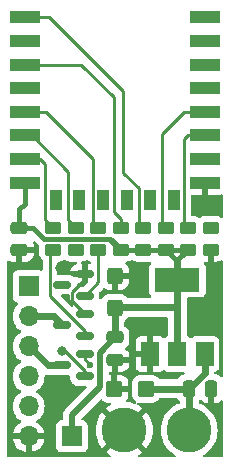
<source format=gbr>
%TF.GenerationSoftware,KiCad,Pcbnew,7.0.6*%
%TF.CreationDate,2024-04-30T22:58:06+02:00*%
%TF.ProjectId,nboard,6e626f61-7264-42e6-9b69-6361645f7063,rev?*%
%TF.SameCoordinates,Original*%
%TF.FileFunction,Copper,L1,Top*%
%TF.FilePolarity,Positive*%
%FSLAX46Y46*%
G04 Gerber Fmt 4.6, Leading zero omitted, Abs format (unit mm)*
G04 Created by KiCad (PCBNEW 7.0.6) date 2024-04-30 22:58:06*
%MOMM*%
%LPD*%
G01*
G04 APERTURE LIST*
G04 Aperture macros list*
%AMRoundRect*
0 Rectangle with rounded corners*
0 $1 Rounding radius*
0 $2 $3 $4 $5 $6 $7 $8 $9 X,Y pos of 4 corners*
0 Add a 4 corners polygon primitive as box body*
4,1,4,$2,$3,$4,$5,$6,$7,$8,$9,$2,$3,0*
0 Add four circle primitives for the rounded corners*
1,1,$1+$1,$2,$3*
1,1,$1+$1,$4,$5*
1,1,$1+$1,$6,$7*
1,1,$1+$1,$8,$9*
0 Add four rect primitives between the rounded corners*
20,1,$1+$1,$2,$3,$4,$5,0*
20,1,$1+$1,$4,$5,$6,$7,0*
20,1,$1+$1,$6,$7,$8,$9,0*
20,1,$1+$1,$8,$9,$2,$3,0*%
G04 Aperture macros list end*
%TA.AperFunction,ComponentPad*%
%ADD10C,2.600000*%
%TD*%
%TA.AperFunction,ConnectorPad*%
%ADD11C,3.800000*%
%TD*%
%TA.AperFunction,SMDPad,CuDef*%
%ADD12RoundRect,0.250000X-0.475000X0.250000X-0.475000X-0.250000X0.475000X-0.250000X0.475000X0.250000X0*%
%TD*%
%TA.AperFunction,SMDPad,CuDef*%
%ADD13RoundRect,0.250000X-0.450000X0.262500X-0.450000X-0.262500X0.450000X-0.262500X0.450000X0.262500X0*%
%TD*%
%TA.AperFunction,ComponentPad*%
%ADD14R,1.700000X1.700000*%
%TD*%
%TA.AperFunction,ComponentPad*%
%ADD15O,1.700000X1.700000*%
%TD*%
%TA.AperFunction,SMDPad,CuDef*%
%ADD16RoundRect,0.250000X-0.250000X-0.475000X0.250000X-0.475000X0.250000X0.475000X-0.250000X0.475000X0*%
%TD*%
%TA.AperFunction,SMDPad,CuDef*%
%ADD17R,2.500000X1.000000*%
%TD*%
%TA.AperFunction,SMDPad,CuDef*%
%ADD18R,1.000000X1.800000*%
%TD*%
%TA.AperFunction,SMDPad,CuDef*%
%ADD19RoundRect,0.250000X0.450000X-0.262500X0.450000X0.262500X-0.450000X0.262500X-0.450000X-0.262500X0*%
%TD*%
%TA.AperFunction,SMDPad,CuDef*%
%ADD20RoundRect,0.150000X0.587500X0.150000X-0.587500X0.150000X-0.587500X-0.150000X0.587500X-0.150000X0*%
%TD*%
%TA.AperFunction,SMDPad,CuDef*%
%ADD21RoundRect,0.250000X0.425000X-0.450000X0.425000X0.450000X-0.425000X0.450000X-0.425000X-0.450000X0*%
%TD*%
%TA.AperFunction,SMDPad,CuDef*%
%ADD22RoundRect,0.250000X0.450000X0.425000X-0.450000X0.425000X-0.450000X-0.425000X0.450000X-0.425000X0*%
%TD*%
%TA.AperFunction,SMDPad,CuDef*%
%ADD23R,1.500000X2.000000*%
%TD*%
%TA.AperFunction,SMDPad,CuDef*%
%ADD24R,3.800000X2.000000*%
%TD*%
%TA.AperFunction,ViaPad*%
%ADD25C,0.800000*%
%TD*%
%TA.AperFunction,ViaPad*%
%ADD26C,0.600000*%
%TD*%
%TA.AperFunction,Conductor*%
%ADD27C,0.600000*%
%TD*%
%TA.AperFunction,Conductor*%
%ADD28C,0.250000*%
%TD*%
%TA.AperFunction,Conductor*%
%ADD29C,0.400000*%
%TD*%
%TA.AperFunction,Conductor*%
%ADD30C,0.500000*%
%TD*%
G04 APERTURE END LIST*
D10*
%TO.P,H1,1,1*%
%TO.N,/+5V*%
X163700000Y-105700000D03*
D11*
X163700000Y-105700000D03*
%TD*%
D12*
%TO.P,C3,1*%
%TO.N,/3V3*%
X157400000Y-97850000D03*
%TO.P,C3,2*%
%TO.N,/GND*%
X157400000Y-99750000D03*
%TD*%
D13*
%TO.P,R8,1*%
%TO.N,/RGB-R*%
X155980000Y-88587500D03*
%TO.P,R8,2*%
%TO.N,Net-(Q2-B)*%
X155980000Y-90412500D03*
%TD*%
D14*
%TO.P,J4,1,Pin_1*%
%TO.N,/R*%
X150100000Y-93520000D03*
D15*
%TO.P,J4,2,Pin_2*%
%TO.N,/G*%
X150100000Y-96060000D03*
%TO.P,J4,3,Pin_3*%
%TO.N,/B*%
X150100000Y-98600000D03*
%TO.P,J4,4,Pin_4*%
%TO.N,/IR*%
X150100000Y-101140000D03*
%TO.P,J4,5,Pin_5*%
%TO.N,/+5V*%
X150100000Y-103680000D03*
%TO.P,J4,6,Pin_6*%
%TO.N,/GND*%
X150100000Y-106220000D03*
%TD*%
D16*
%TO.P,C2,1*%
%TO.N,/+5V*%
X163650000Y-102200000D03*
%TO.P,C2,2*%
%TO.N,/GND*%
X165550000Y-102200000D03*
%TD*%
D17*
%TO.P,U1,1,~{RST}*%
%TO.N,/RST*%
X149800000Y-70750000D03*
%TO.P,U1,2,ADC*%
%TO.N,unconnected-(U1-ADC-Pad2)*%
X149800000Y-72750000D03*
%TO.P,U1,3,EN*%
%TO.N,Net-(U1-EN)*%
X149800000Y-74750000D03*
%TO.P,U1,4,GPIO16*%
%TO.N,unconnected-(U1-GPIO16-Pad4)*%
X149800000Y-76750000D03*
%TO.P,U1,5,GPIO14*%
%TO.N,/RGB-R*%
X149800000Y-78750000D03*
%TO.P,U1,6,GPIO12*%
%TO.N,/RGB-B*%
X149800000Y-80750000D03*
%TO.P,U1,7,GPIO13*%
%TO.N,/RGB-G*%
X149800000Y-82750000D03*
%TO.P,U1,8,VCC*%
%TO.N,/3V3*%
X149800000Y-84750000D03*
D18*
%TO.P,U1,9,CS0*%
%TO.N,unconnected-(U1-CS0-Pad9)*%
X152400000Y-86250000D03*
%TO.P,U1,10,MISO*%
%TO.N,unconnected-(U1-MISO-Pad10)*%
X154400000Y-86250000D03*
%TO.P,U1,11,GPIO9*%
%TO.N,unconnected-(U1-GPIO9-Pad11)*%
X156400000Y-86250000D03*
%TO.P,U1,12,GPIO10*%
%TO.N,unconnected-(U1-GPIO10-Pad12)*%
X158400000Y-86250000D03*
%TO.P,U1,13,MOSI*%
%TO.N,unconnected-(U1-MOSI-Pad13)*%
X160400000Y-86250000D03*
%TO.P,U1,14,SCLK*%
%TO.N,unconnected-(U1-SCLK-Pad14)*%
X162400000Y-86250000D03*
D17*
%TO.P,U1,15,GND*%
%TO.N,/GND*%
X165000000Y-84750000D03*
%TO.P,U1,16,GPIO15*%
%TO.N,Net-(U1-GPIO15)*%
X165000000Y-82750000D03*
%TO.P,U1,17,GPIO2*%
%TO.N,Net-(U1-GPIO2)*%
X165000000Y-80750000D03*
%TO.P,U1,18,GPIO0*%
%TO.N,/FLS*%
X165000000Y-78750000D03*
%TO.P,U1,19,GPIO4*%
%TO.N,/IR*%
X165000000Y-76750000D03*
%TO.P,U1,20,GPIO5*%
%TO.N,unconnected-(U1-GPIO5-Pad20)*%
X165000000Y-74750000D03*
%TO.P,U1,21,GPIO3/RXD*%
%TO.N,/RX*%
X165000000Y-72750000D03*
%TO.P,U1,22,GPIO1/TXD*%
%TO.N,/TX*%
X165000000Y-70750000D03*
%TD*%
D19*
%TO.P,R2,1*%
%TO.N,/3V3*%
X157900000Y-90412500D03*
%TO.P,R2,2*%
%TO.N,Net-(U1-EN)*%
X157900000Y-88587500D03*
%TD*%
%TO.P,R1,1*%
%TO.N,/3V3*%
X159800000Y-90412500D03*
%TO.P,R1,2*%
%TO.N,/RST*%
X159800000Y-88587500D03*
%TD*%
D20*
%TO.P,Q1,1,B*%
%TO.N,Net-(Q1-B)*%
X154837500Y-97750000D03*
%TO.P,Q1,2,E*%
%TO.N,/GND*%
X154837500Y-95850000D03*
%TO.P,Q1,3,C*%
%TO.N,/G*%
X152962500Y-96800000D03*
%TD*%
D13*
%TO.P,R3,1*%
%TO.N,/FLS*%
X161700000Y-88587500D03*
%TO.P,R3,2*%
%TO.N,/3V3*%
X161700000Y-90412500D03*
%TD*%
D21*
%TO.P,C4,1*%
%TO.N,/3V3*%
X157400000Y-95350000D03*
%TO.P,C4,2*%
%TO.N,/GND*%
X157400000Y-92650000D03*
%TD*%
D22*
%TO.P,C1,1*%
%TO.N,/+5V*%
X160050000Y-102200000D03*
%TO.P,C1,2*%
%TO.N,/GND*%
X157350000Y-102200000D03*
%TD*%
D13*
%TO.P,R4,1*%
%TO.N,Net-(U1-GPIO2)*%
X163600000Y-88587500D03*
%TO.P,R4,2*%
%TO.N,/3V3*%
X163600000Y-90412500D03*
%TD*%
%TO.P,R6,1*%
%TO.N,/RGB-B*%
X154080000Y-88587500D03*
%TO.P,R6,2*%
%TO.N,Net-(Q3-B)*%
X154080000Y-90412500D03*
%TD*%
D20*
%TO.P,Q3,1,B*%
%TO.N,Net-(Q3-B)*%
X154837500Y-101150000D03*
%TO.P,Q3,2,E*%
%TO.N,/GND*%
X154837500Y-99250000D03*
%TO.P,Q3,3,C*%
%TO.N,/B*%
X152962500Y-100200000D03*
%TD*%
D14*
%TO.P,J1,1,Pin_1*%
%TO.N,/3V3*%
X153750000Y-106220000D03*
%TD*%
D10*
%TO.P,H2,1,1*%
%TO.N,/GND*%
X158200000Y-105700000D03*
D11*
X158200000Y-105700000D03*
%TD*%
D20*
%TO.P,Q2,1,B*%
%TO.N,Net-(Q2-B)*%
X154837500Y-94350000D03*
%TO.P,Q2,2,E*%
%TO.N,/GND*%
X154837500Y-92450000D03*
%TO.P,Q2,3,C*%
%TO.N,/R*%
X152962500Y-93400000D03*
%TD*%
D13*
%TO.P,R7,1*%
%TO.N,/RGB-G*%
X152180000Y-88587500D03*
%TO.P,R7,2*%
%TO.N,Net-(Q1-B)*%
X152180000Y-90412500D03*
%TD*%
%TO.P,R5,1*%
%TO.N,Net-(U1-GPIO15)*%
X165500000Y-88587500D03*
%TO.P,R5,2*%
%TO.N,/GND*%
X165500000Y-90412500D03*
%TD*%
D23*
%TO.P,U2,1,GND*%
%TO.N,/GND*%
X160400000Y-99250000D03*
%TO.P,U2,2,VO*%
%TO.N,/3V3*%
X162700000Y-99250000D03*
D24*
X162700000Y-92950000D03*
D23*
%TO.P,U2,3,VI*%
%TO.N,/+5V*%
X165000000Y-99250000D03*
%TD*%
D12*
%TO.P,C5,1*%
%TO.N,/3V3*%
X149300000Y-88550000D03*
%TO.P,C5,2*%
%TO.N,/GND*%
X149300000Y-90450000D03*
%TD*%
D25*
%TO.N,/GND*%
X159970000Y-96910000D03*
X164310000Y-95590000D03*
X152740000Y-91980000D03*
X165760000Y-86760000D03*
X165580000Y-102140000D03*
D26*
X155320000Y-100200000D03*
D25*
X159690000Y-92830000D03*
X157390000Y-99770000D03*
X160420000Y-99350000D03*
%TO.N,/3V3*%
X150500000Y-84800000D03*
%TO.N,/RX*%
X164200000Y-72800000D03*
%TO.N,/TX*%
X164300000Y-70800000D03*
%TO.N,/FLS*%
X164200000Y-78700000D03*
%TO.N,/RST*%
X150500000Y-70700000D03*
D26*
%TO.N,/R*%
X153000000Y-93400000D03*
D25*
%TO.N,/IR*%
X164200000Y-76700000D03*
%TO.N,Net-(U1-GPIO15)*%
X165500000Y-88600000D03*
X164200000Y-82700000D03*
%TO.N,Net-(Q3-B)*%
X154080000Y-90420000D03*
X152920000Y-98970000D03*
%TD*%
D27*
%TO.N,/+5V*%
X160050000Y-102200000D02*
X163650000Y-102200000D01*
X165000000Y-100850000D02*
X165000000Y-99250000D01*
D28*
X163650000Y-102200000D02*
X163700000Y-102250000D01*
D27*
X163700000Y-102250000D02*
X163700000Y-105700000D01*
X163650000Y-102200000D02*
X165000000Y-100850000D01*
D28*
%TO.N,/GND*%
X155320000Y-100160000D02*
X154837500Y-99677500D01*
X154837500Y-95850000D02*
X153746751Y-94759251D01*
X153746751Y-94759251D02*
X153746751Y-94025000D01*
X154837500Y-99677500D02*
X154837500Y-99250000D01*
X153746751Y-94025000D02*
X154837500Y-92934251D01*
X154837500Y-92934251D02*
X154837500Y-92450000D01*
X155320000Y-100200000D02*
X155320000Y-100160000D01*
D29*
%TO.N,/3V3*%
X149800000Y-86510000D02*
X149800000Y-84750000D01*
D30*
X153750000Y-106220000D02*
X153750000Y-104450000D01*
D29*
X162600000Y-91312500D02*
X161700000Y-90412500D01*
X163600000Y-90412500D02*
X157900000Y-90412500D01*
D27*
X162700000Y-95300000D02*
X162700000Y-92950000D01*
D30*
X157900000Y-90412500D02*
X157062500Y-89575000D01*
D29*
X149300000Y-87010000D02*
X149800000Y-86510000D01*
X157062500Y-89575000D02*
X156987500Y-89500000D01*
D27*
X162700000Y-92950000D02*
X162700000Y-91312500D01*
D29*
X162700000Y-91312500D02*
X163600000Y-90412500D01*
X162700000Y-91312500D02*
X162600000Y-91312500D01*
X156987500Y-89500000D02*
X151410000Y-89500000D01*
D30*
X156120000Y-102080000D02*
X156120000Y-99130000D01*
D27*
X162700000Y-95300000D02*
X157450000Y-95300000D01*
D28*
X157450000Y-95300000D02*
X157400000Y-95350000D01*
D27*
X162700000Y-99250000D02*
X162700000Y-95300000D01*
D30*
X153750000Y-104450000D02*
X156120000Y-102080000D01*
D29*
X151410000Y-89500000D02*
X150460000Y-88550000D01*
D27*
X157400000Y-97850000D02*
X157400000Y-95350000D01*
D29*
X150460000Y-88550000D02*
X149300000Y-88550000D01*
X149300000Y-88550000D02*
X149300000Y-87010000D01*
D30*
X156120000Y-99130000D02*
X157400000Y-97850000D01*
D28*
%TO.N,/FLS*%
X163250000Y-78750000D02*
X164150000Y-78750000D01*
X161700000Y-88587500D02*
X161400000Y-88287500D01*
X164250000Y-78750000D02*
X165000000Y-78750000D01*
X161400000Y-80600000D02*
X163250000Y-78750000D01*
X164150000Y-78750000D02*
X164200000Y-78700000D01*
X164200000Y-78700000D02*
X164250000Y-78750000D01*
X161400000Y-88287500D02*
X161400000Y-80600000D01*
%TO.N,/RST*%
X159400000Y-88187500D02*
X159400000Y-85200000D01*
X151850000Y-70750000D02*
X150550000Y-70750000D01*
X150500000Y-70700000D02*
X150450000Y-70750000D01*
X159800000Y-88587500D02*
X159400000Y-88187500D01*
X158100000Y-83900000D02*
X158100000Y-77000000D01*
X158100000Y-77000000D02*
X151850000Y-70750000D01*
X150450000Y-70750000D02*
X149800000Y-70750000D01*
X150550000Y-70750000D02*
X150500000Y-70700000D01*
X159400000Y-85200000D02*
X158100000Y-83900000D01*
D27*
%TO.N,/G*%
X152962500Y-96800000D02*
X152222500Y-96060000D01*
X152222500Y-96060000D02*
X150100000Y-96060000D01*
%TO.N,/B*%
X151700000Y-100200000D02*
X150100000Y-98600000D01*
X152962500Y-100200000D02*
X151700000Y-100200000D01*
D28*
%TO.N,Net-(U1-EN)*%
X157900000Y-87787500D02*
X157300000Y-87187500D01*
X157300000Y-87187500D02*
X157300000Y-77500000D01*
X157300000Y-77500000D02*
X154550000Y-74750000D01*
X157900000Y-88587500D02*
X157900000Y-87787500D01*
X154550000Y-74750000D02*
X149800000Y-74750000D01*
%TO.N,Net-(U1-GPIO2)*%
X163225000Y-88212500D02*
X163225000Y-81075000D01*
X163600000Y-88587500D02*
X163225000Y-88212500D01*
X163225000Y-81075000D02*
X163550000Y-80750000D01*
X163550000Y-80750000D02*
X165000000Y-80750000D01*
%TO.N,Net-(Q1-B)*%
X152200000Y-90412500D02*
X151900000Y-90712500D01*
X151900000Y-90692500D02*
X151900000Y-94328249D01*
X152180000Y-90412500D02*
X151900000Y-90692500D01*
X151900000Y-94328249D02*
X154837500Y-97265749D01*
X154837500Y-97265749D02*
X154837500Y-97750000D01*
%TO.N,Net-(Q2-B)*%
X156000000Y-90412500D02*
X156000000Y-93187500D01*
X156000000Y-93187500D02*
X154837500Y-94350000D01*
%TO.N,Net-(Q3-B)*%
X154837500Y-100665749D02*
X154837500Y-101150000D01*
X153141751Y-98970000D02*
X154837500Y-100665749D01*
%TO.N,/RGB-B*%
X154100000Y-88587500D02*
X153436396Y-87923896D01*
X153436396Y-83836396D02*
X150350000Y-80750000D01*
X150350000Y-80750000D02*
X149800000Y-80750000D01*
X153436396Y-87923896D02*
X153436396Y-83836396D01*
%TO.N,/RGB-G*%
X151050000Y-82750000D02*
X149800000Y-82750000D01*
X152200000Y-88587500D02*
X151500000Y-87887500D01*
X151500000Y-87887500D02*
X151500000Y-83200000D01*
X151500000Y-83200000D02*
X151050000Y-82750000D01*
%TO.N,/RGB-R*%
X155575000Y-82775000D02*
X153850000Y-81050000D01*
X156000000Y-88587500D02*
X155575000Y-88162500D01*
X153850000Y-81050000D02*
X151550000Y-78750000D01*
X155575000Y-88162500D02*
X155575000Y-82775000D01*
X151550000Y-78750000D02*
X149800000Y-78750000D01*
%TD*%
%TA.AperFunction,Conductor*%
%TO.N,/GND*%
G36*
X165743039Y-101969685D02*
G01*
X165788794Y-102022489D01*
X165800000Y-102074000D01*
X165800000Y-103424999D01*
X165849972Y-103424999D01*
X165849986Y-103424998D01*
X165952697Y-103414505D01*
X166119119Y-103359358D01*
X166119124Y-103359356D01*
X166268345Y-103267315D01*
X166337819Y-103197842D01*
X166399142Y-103164357D01*
X166468834Y-103169341D01*
X166524767Y-103211213D01*
X166549184Y-103276677D01*
X166549500Y-103285523D01*
X166549500Y-107875909D01*
X166529815Y-107942948D01*
X166477011Y-107988703D01*
X166425432Y-107999909D01*
X164983627Y-107999122D01*
X164916599Y-107979401D01*
X164870873Y-107926572D01*
X164860967Y-107857408D01*
X164890026Y-107793868D01*
X164923954Y-107766462D01*
X164988795Y-107730816D01*
X165233162Y-107553274D01*
X165453349Y-107346504D01*
X165645885Y-107113768D01*
X165807733Y-106858736D01*
X165936341Y-106585430D01*
X166029681Y-106298160D01*
X166086280Y-106001457D01*
X166086281Y-106001446D01*
X166105246Y-105700005D01*
X166105246Y-105699994D01*
X166086281Y-105398553D01*
X166086280Y-105398546D01*
X166086280Y-105398543D01*
X166029681Y-105101840D01*
X165936341Y-104814570D01*
X165935385Y-104812539D01*
X165835372Y-104600000D01*
X165807733Y-104541264D01*
X165698695Y-104369447D01*
X165645888Y-104286236D01*
X165527942Y-104143664D01*
X165453349Y-104053496D01*
X165439849Y-104040819D01*
X165233163Y-103846727D01*
X165233153Y-103846719D01*
X164988806Y-103669191D01*
X164988799Y-103669186D01*
X164988795Y-103669184D01*
X164724104Y-103523668D01*
X164724102Y-103523667D01*
X164724098Y-103523665D01*
X164578852Y-103466158D01*
X164523767Y-103423177D01*
X164500664Y-103357238D01*
X164500500Y-103350866D01*
X164500500Y-103235523D01*
X164520185Y-103168484D01*
X164572989Y-103122729D01*
X164642147Y-103112785D01*
X164705703Y-103141810D01*
X164712181Y-103147842D01*
X164831654Y-103267315D01*
X164980875Y-103359356D01*
X164980880Y-103359358D01*
X165147302Y-103414505D01*
X165147309Y-103414506D01*
X165250019Y-103424999D01*
X165299999Y-103424998D01*
X165300000Y-103424998D01*
X165300000Y-102074000D01*
X165319685Y-102006961D01*
X165372489Y-101961206D01*
X165424000Y-101950000D01*
X165676000Y-101950000D01*
X165743039Y-101969685D01*
G37*
%TD.AperFunction*%
%TA.AperFunction,Conductor*%
G36*
X162716821Y-103020185D02*
G01*
X162755319Y-103059401D01*
X162807288Y-103143656D01*
X162807289Y-103143657D01*
X162863181Y-103199549D01*
X162896666Y-103260872D01*
X162899500Y-103287230D01*
X162899500Y-103350866D01*
X162879815Y-103417905D01*
X162827011Y-103463660D01*
X162821148Y-103466158D01*
X162675901Y-103523665D01*
X162411205Y-103669184D01*
X162411193Y-103669191D01*
X162166846Y-103846719D01*
X162166836Y-103846727D01*
X161946652Y-104053494D01*
X161754111Y-104286236D01*
X161592268Y-104541261D01*
X161592265Y-104541267D01*
X161463661Y-104814563D01*
X161463659Y-104814568D01*
X161370320Y-105101835D01*
X161313719Y-105398546D01*
X161313718Y-105398553D01*
X161294754Y-105699994D01*
X161294754Y-105700005D01*
X161313718Y-106001446D01*
X161313719Y-106001453D01*
X161370320Y-106298164D01*
X161463659Y-106585431D01*
X161463661Y-106585436D01*
X161592265Y-106858732D01*
X161592268Y-106858738D01*
X161754111Y-107113763D01*
X161754114Y-107113767D01*
X161754115Y-107113768D01*
X161757513Y-107117876D01*
X161946652Y-107346505D01*
X162166836Y-107553272D01*
X162166846Y-107553280D01*
X162411193Y-107730808D01*
X162411198Y-107730810D01*
X162411205Y-107730816D01*
X162468025Y-107762053D01*
X162473489Y-107765057D01*
X162522753Y-107814603D01*
X162537409Y-107882919D01*
X162512805Y-107948313D01*
X162456752Y-107990024D01*
X162413683Y-107997719D01*
X159488046Y-107996122D01*
X159421018Y-107976401D01*
X159375292Y-107923572D01*
X159365386Y-107854408D01*
X159394445Y-107790868D01*
X159428378Y-107763459D01*
X159488520Y-107730396D01*
X159488525Y-107730393D01*
X159713433Y-107566986D01*
X159713434Y-107566986D01*
X158783306Y-106636859D01*
X158797410Y-106629589D01*
X158962540Y-106499729D01*
X159100110Y-106340965D01*
X159134665Y-106281112D01*
X160064686Y-107211133D01*
X160145483Y-107113469D01*
X160307292Y-106858497D01*
X160307295Y-106858491D01*
X160435872Y-106585252D01*
X160435874Y-106585247D01*
X160529194Y-106298040D01*
X160585783Y-106001390D01*
X160585784Y-106001383D01*
X160604745Y-105700005D01*
X160604745Y-105699994D01*
X160585784Y-105398616D01*
X160585783Y-105398609D01*
X160529194Y-105101959D01*
X160435874Y-104814752D01*
X160435872Y-104814747D01*
X160307295Y-104541508D01*
X160307292Y-104541502D01*
X160145486Y-104286535D01*
X160064685Y-104188864D01*
X159135787Y-105117763D01*
X159035106Y-104976376D01*
X158883068Y-104831408D01*
X158780777Y-104765669D01*
X159713434Y-103833012D01*
X159488530Y-103669609D01*
X159488520Y-103669602D01*
X159342790Y-103589487D01*
X159293526Y-103539941D01*
X159278869Y-103471626D01*
X159303473Y-103406231D01*
X159359525Y-103364520D01*
X159429231Y-103359735D01*
X159441517Y-103363115D01*
X159447203Y-103364999D01*
X159549991Y-103375500D01*
X160550008Y-103375499D01*
X160550016Y-103375498D01*
X160550019Y-103375498D01*
X160606302Y-103369748D01*
X160652797Y-103364999D01*
X160819334Y-103309814D01*
X160968656Y-103217712D01*
X161092712Y-103093656D01*
X161113839Y-103059402D01*
X161165787Y-103012679D01*
X161219378Y-103000500D01*
X162649782Y-103000500D01*
X162716821Y-103020185D01*
G37*
%TD.AperFunction*%
%TA.AperFunction,Conductor*%
G36*
X150658796Y-89739453D02*
G01*
X150898399Y-89979056D01*
X150900935Y-89981750D01*
X150942071Y-90028183D01*
X150942072Y-90028184D01*
X150947046Y-90033798D01*
X150944870Y-90035725D01*
X150974852Y-90083518D01*
X150979500Y-90117150D01*
X150979500Y-90725001D01*
X150979501Y-90725019D01*
X150990000Y-90827796D01*
X150990001Y-90827799D01*
X151045185Y-90994331D01*
X151045187Y-90994336D01*
X151137289Y-91143657D01*
X151238181Y-91244549D01*
X151271666Y-91305872D01*
X151274500Y-91332230D01*
X151274500Y-92078257D01*
X151254815Y-92145296D01*
X151202011Y-92191051D01*
X151132853Y-92200995D01*
X151107168Y-92194439D01*
X151057485Y-92175909D01*
X151057483Y-92175908D01*
X150997883Y-92169501D01*
X150997881Y-92169500D01*
X150997873Y-92169500D01*
X150997864Y-92169500D01*
X149202129Y-92169500D01*
X149202123Y-92169501D01*
X149142516Y-92175908D01*
X149007671Y-92226202D01*
X149007664Y-92226206D01*
X148892455Y-92312452D01*
X148892452Y-92312455D01*
X148806206Y-92427664D01*
X148806202Y-92427671D01*
X148755908Y-92562517D01*
X148749501Y-92622116D01*
X148749500Y-92622135D01*
X148749500Y-94417870D01*
X148749501Y-94417876D01*
X148755908Y-94477483D01*
X148806202Y-94612328D01*
X148806206Y-94612335D01*
X148892452Y-94727544D01*
X148892455Y-94727547D01*
X149007664Y-94813793D01*
X149007671Y-94813797D01*
X149139081Y-94862810D01*
X149195015Y-94904681D01*
X149219432Y-94970145D01*
X149204580Y-95038418D01*
X149183430Y-95066673D01*
X149061503Y-95188600D01*
X148925965Y-95382169D01*
X148925964Y-95382171D01*
X148826098Y-95596335D01*
X148826094Y-95596344D01*
X148764938Y-95824586D01*
X148764936Y-95824596D01*
X148744341Y-96059999D01*
X148744341Y-96060000D01*
X148764936Y-96295403D01*
X148764938Y-96295413D01*
X148826094Y-96523655D01*
X148826096Y-96523659D01*
X148826097Y-96523663D01*
X148883657Y-96647100D01*
X148925965Y-96737830D01*
X148925967Y-96737834D01*
X149015124Y-96865162D01*
X149060394Y-96929815D01*
X149061501Y-96931395D01*
X149061506Y-96931402D01*
X149228597Y-97098493D01*
X149228603Y-97098498D01*
X149414158Y-97228425D01*
X149457783Y-97283002D01*
X149464977Y-97352500D01*
X149433454Y-97414855D01*
X149414158Y-97431575D01*
X149228597Y-97561505D01*
X149061505Y-97728597D01*
X148925965Y-97922169D01*
X148925964Y-97922171D01*
X148826098Y-98136335D01*
X148826094Y-98136344D01*
X148764938Y-98364586D01*
X148764936Y-98364596D01*
X148744341Y-98599999D01*
X148744341Y-98600000D01*
X148764936Y-98835403D01*
X148764938Y-98835413D01*
X148826094Y-99063655D01*
X148826096Y-99063659D01*
X148826097Y-99063663D01*
X148890797Y-99202412D01*
X148925965Y-99277830D01*
X148925967Y-99277834D01*
X149011159Y-99399500D01*
X149046539Y-99450028D01*
X149061501Y-99471395D01*
X149061506Y-99471402D01*
X149228597Y-99638493D01*
X149228603Y-99638498D01*
X149414158Y-99768425D01*
X149457783Y-99823002D01*
X149464977Y-99892500D01*
X149433454Y-99954855D01*
X149414158Y-99971575D01*
X149228597Y-100101505D01*
X149061505Y-100268597D01*
X148925965Y-100462169D01*
X148925964Y-100462171D01*
X148826098Y-100676335D01*
X148826094Y-100676344D01*
X148764938Y-100904586D01*
X148764936Y-100904596D01*
X148744341Y-101139999D01*
X148744341Y-101140000D01*
X148764936Y-101375403D01*
X148764938Y-101375413D01*
X148826094Y-101603655D01*
X148826096Y-101603659D01*
X148826097Y-101603663D01*
X148882684Y-101725013D01*
X148925965Y-101817830D01*
X148925967Y-101817834D01*
X149061501Y-102011395D01*
X149061506Y-102011402D01*
X149228597Y-102178493D01*
X149228603Y-102178498D01*
X149414158Y-102308425D01*
X149457783Y-102363002D01*
X149464977Y-102432500D01*
X149433454Y-102494855D01*
X149414158Y-102511575D01*
X149228597Y-102641505D01*
X149061505Y-102808597D01*
X148925965Y-103002169D01*
X148925964Y-103002171D01*
X148826098Y-103216335D01*
X148826094Y-103216344D01*
X148764938Y-103444586D01*
X148764936Y-103444596D01*
X148744341Y-103679999D01*
X148744341Y-103680000D01*
X148764936Y-103915403D01*
X148764938Y-103915413D01*
X148826094Y-104143655D01*
X148826096Y-104143659D01*
X148826097Y-104143663D01*
X148893200Y-104287565D01*
X148925965Y-104357830D01*
X148925967Y-104357834D01*
X149034281Y-104512521D01*
X149061505Y-104551401D01*
X149228599Y-104718495D01*
X149389855Y-104831408D01*
X149414594Y-104848730D01*
X149458219Y-104903307D01*
X149465413Y-104972805D01*
X149433890Y-105035160D01*
X149414595Y-105051880D01*
X149228922Y-105181890D01*
X149228920Y-105181891D01*
X149061891Y-105348920D01*
X149061886Y-105348926D01*
X148926400Y-105542420D01*
X148926399Y-105542422D01*
X148826570Y-105756507D01*
X148826567Y-105756513D01*
X148769364Y-105969999D01*
X148769364Y-105970000D01*
X149666314Y-105970000D01*
X149640507Y-106010156D01*
X149600000Y-106148111D01*
X149600000Y-106291889D01*
X149640507Y-106429844D01*
X149666314Y-106470000D01*
X148769364Y-106470000D01*
X148826567Y-106683486D01*
X148826570Y-106683492D01*
X148926399Y-106897578D01*
X149061894Y-107091082D01*
X149228917Y-107258105D01*
X149422421Y-107393600D01*
X149636507Y-107493429D01*
X149636516Y-107493433D01*
X149850000Y-107550634D01*
X149850000Y-106655501D01*
X149957685Y-106704680D01*
X150064237Y-106720000D01*
X150135763Y-106720000D01*
X150242315Y-106704680D01*
X150350000Y-106655501D01*
X150350000Y-107550633D01*
X150563483Y-107493433D01*
X150563492Y-107493429D01*
X150777578Y-107393600D01*
X150971082Y-107258105D01*
X151138105Y-107091082D01*
X151273600Y-106897578D01*
X151373429Y-106683492D01*
X151373432Y-106683486D01*
X151430636Y-106470000D01*
X150533686Y-106470000D01*
X150559493Y-106429844D01*
X150600000Y-106291889D01*
X150600000Y-106148111D01*
X150559493Y-106010156D01*
X150533686Y-105970000D01*
X151430636Y-105970000D01*
X151430635Y-105969999D01*
X151373432Y-105756513D01*
X151373429Y-105756507D01*
X151273600Y-105542422D01*
X151273599Y-105542420D01*
X151138113Y-105348926D01*
X151138108Y-105348920D01*
X150971078Y-105181890D01*
X150785405Y-105051879D01*
X150741780Y-104997302D01*
X150734588Y-104927804D01*
X150766110Y-104865449D01*
X150785406Y-104848730D01*
X150789858Y-104845613D01*
X150971401Y-104718495D01*
X151138495Y-104551401D01*
X151274035Y-104357830D01*
X151373903Y-104143663D01*
X151435063Y-103915408D01*
X151455659Y-103680000D01*
X151435063Y-103444592D01*
X151376794Y-103227125D01*
X151373905Y-103216344D01*
X151373904Y-103216343D01*
X151373903Y-103216337D01*
X151274035Y-103002171D01*
X151268548Y-102994334D01*
X151138494Y-102808597D01*
X150971402Y-102641506D01*
X150971396Y-102641501D01*
X150785842Y-102511575D01*
X150742217Y-102456998D01*
X150735023Y-102387500D01*
X150766546Y-102325145D01*
X150785842Y-102308425D01*
X150808026Y-102292891D01*
X150971401Y-102178495D01*
X151138495Y-102011401D01*
X151274035Y-101817830D01*
X151373903Y-101603663D01*
X151435063Y-101375408D01*
X151455659Y-101140000D01*
X151454901Y-101131341D01*
X151468663Y-101062842D01*
X151517274Y-101012656D01*
X151585302Y-100996718D01*
X151606024Y-100999637D01*
X151609801Y-101000499D01*
X151609802Y-101000499D01*
X151609806Y-101000500D01*
X151655046Y-101000500D01*
X152309306Y-101000500D01*
X153475500Y-101000500D01*
X153542539Y-101020185D01*
X153588294Y-101072989D01*
X153599500Y-101124500D01*
X153599500Y-101365696D01*
X153602401Y-101402567D01*
X153602402Y-101402573D01*
X153648254Y-101560393D01*
X153648255Y-101560396D01*
X153731917Y-101701862D01*
X153731923Y-101701870D01*
X153848129Y-101818076D01*
X153848133Y-101818079D01*
X153848135Y-101818081D01*
X153989602Y-101901744D01*
X154031224Y-101913836D01*
X154147426Y-101947597D01*
X154147429Y-101947597D01*
X154147431Y-101947598D01*
X154159722Y-101948565D01*
X154184304Y-101950500D01*
X154184306Y-101950500D01*
X154888770Y-101950500D01*
X154955809Y-101970185D01*
X155001564Y-102022989D01*
X155011508Y-102092147D01*
X154982483Y-102155703D01*
X154976451Y-102162181D01*
X153264358Y-103874272D01*
X153250729Y-103886051D01*
X153231468Y-103900390D01*
X153197898Y-103940397D01*
X153194253Y-103944376D01*
X153188409Y-103950222D01*
X153168059Y-103975959D01*
X153118695Y-104034789D01*
X153114729Y-104040819D01*
X153114682Y-104040788D01*
X153110630Y-104047147D01*
X153110679Y-104047177D01*
X153106889Y-104053321D01*
X153074424Y-104122941D01*
X153039960Y-104191566D01*
X153037488Y-104198357D01*
X153037432Y-104198336D01*
X153034960Y-104205450D01*
X153035015Y-104205469D01*
X153032742Y-104212327D01*
X153024975Y-104249946D01*
X153017207Y-104287565D01*
X153004001Y-104343284D01*
X152999498Y-104362286D01*
X152998661Y-104369454D01*
X152998601Y-104369447D01*
X152997835Y-104376945D01*
X152997895Y-104376951D01*
X152997265Y-104384140D01*
X152999500Y-104460916D01*
X152999500Y-104745500D01*
X152979815Y-104812539D01*
X152927011Y-104858294D01*
X152875505Y-104869500D01*
X152852132Y-104869500D01*
X152852123Y-104869501D01*
X152792516Y-104875908D01*
X152657671Y-104926202D01*
X152657664Y-104926206D01*
X152542455Y-105012452D01*
X152542452Y-105012455D01*
X152456206Y-105127664D01*
X152456202Y-105127671D01*
X152405908Y-105262517D01*
X152399501Y-105322116D01*
X152399501Y-105322123D01*
X152399500Y-105322135D01*
X152399500Y-107117870D01*
X152399501Y-107117876D01*
X152405908Y-107177483D01*
X152456202Y-107312328D01*
X152456206Y-107312335D01*
X152542452Y-107427544D01*
X152542455Y-107427547D01*
X152657664Y-107513793D01*
X152657671Y-107513797D01*
X152792517Y-107564091D01*
X152792516Y-107564091D01*
X152799444Y-107564835D01*
X152852127Y-107570500D01*
X154647872Y-107570499D01*
X154707483Y-107564091D01*
X154842331Y-107513796D01*
X154957546Y-107427546D01*
X155043796Y-107312331D01*
X155094091Y-107177483D01*
X155100500Y-107117873D01*
X155100499Y-105322128D01*
X155094091Y-105262517D01*
X155064019Y-105181891D01*
X155043797Y-105127671D01*
X155043793Y-105127664D01*
X154957547Y-105012455D01*
X154957544Y-105012452D01*
X154842335Y-104926206D01*
X154842328Y-104926202D01*
X154707483Y-104875908D01*
X154674406Y-104872352D01*
X154609856Y-104845613D01*
X154570009Y-104788219D01*
X154567516Y-104718394D01*
X154599980Y-104661386D01*
X156150173Y-103111192D01*
X156211494Y-103077709D01*
X156281186Y-103082693D01*
X156325533Y-103111194D01*
X156431654Y-103217315D01*
X156580875Y-103309356D01*
X156580880Y-103309358D01*
X156747302Y-103364505D01*
X156747309Y-103364506D01*
X156850019Y-103374999D01*
X156964412Y-103374999D01*
X157031452Y-103394683D01*
X157077207Y-103447487D01*
X157087151Y-103516645D01*
X157058127Y-103580201D01*
X157024151Y-103607661D01*
X156911473Y-103669606D01*
X156911461Y-103669614D01*
X156686565Y-103833010D01*
X156686564Y-103833012D01*
X157616693Y-104763140D01*
X157602590Y-104770411D01*
X157437460Y-104900271D01*
X157299890Y-105059035D01*
X157265334Y-105118886D01*
X156335312Y-104188864D01*
X156254516Y-104286530D01*
X156092707Y-104541502D01*
X156092704Y-104541508D01*
X155964127Y-104814747D01*
X155964125Y-104814752D01*
X155870805Y-105101959D01*
X155814216Y-105398609D01*
X155814215Y-105398616D01*
X155795255Y-105699994D01*
X155795255Y-105700005D01*
X155814215Y-106001383D01*
X155814216Y-106001390D01*
X155870805Y-106298040D01*
X155964125Y-106585247D01*
X155964127Y-106585252D01*
X156092704Y-106858491D01*
X156092707Y-106858497D01*
X156254513Y-107113464D01*
X156335312Y-107211133D01*
X157264211Y-106282235D01*
X157364894Y-106423624D01*
X157516932Y-106568592D01*
X157619222Y-106634329D01*
X156686564Y-107566986D01*
X156911474Y-107730393D01*
X156911478Y-107730396D01*
X156969062Y-107762053D01*
X157018326Y-107811600D01*
X157032982Y-107879915D01*
X157008378Y-107945309D01*
X156952325Y-107987020D01*
X156909256Y-107994715D01*
X148393866Y-107990067D01*
X148326838Y-107970346D01*
X148281112Y-107917517D01*
X148269934Y-107866135D01*
X148261300Y-91455736D01*
X148280948Y-91388690D01*
X148333728Y-91342908D01*
X148402881Y-91332928D01*
X148450396Y-91350136D01*
X148505875Y-91384356D01*
X148505880Y-91384358D01*
X148672302Y-91439505D01*
X148672309Y-91439506D01*
X148775019Y-91449999D01*
X149049999Y-91449999D01*
X149050000Y-91449998D01*
X149549999Y-91449998D01*
X149550000Y-91449999D01*
X149824972Y-91449999D01*
X149824986Y-91449998D01*
X149927697Y-91439505D01*
X150094119Y-91384358D01*
X150094124Y-91384356D01*
X150243345Y-91292315D01*
X150367315Y-91168345D01*
X150459356Y-91019124D01*
X150459358Y-91019119D01*
X150514505Y-90852697D01*
X150514506Y-90852690D01*
X150524999Y-90749986D01*
X150525000Y-90749973D01*
X150525000Y-90700000D01*
X149550000Y-90700000D01*
X149549999Y-91449998D01*
X149050000Y-91449998D01*
X149050000Y-90324000D01*
X149069685Y-90256961D01*
X149122489Y-90211206D01*
X149174000Y-90200000D01*
X150524999Y-90200000D01*
X150524999Y-90150028D01*
X150524998Y-90150013D01*
X150514505Y-90047302D01*
X150459357Y-89880878D01*
X150458734Y-89879541D01*
X150458581Y-89878535D01*
X150457086Y-89874023D01*
X150457857Y-89873767D01*
X150448241Y-89810463D01*
X150476759Y-89746679D01*
X150535235Y-89708438D01*
X150605103Y-89707883D01*
X150658796Y-89739453D01*
G37*
%TD.AperFunction*%
%TA.AperFunction,Conductor*%
G36*
X161842539Y-96120185D02*
G01*
X161888294Y-96172989D01*
X161899500Y-96224500D01*
X161899500Y-97648560D01*
X161879815Y-97715599D01*
X161827011Y-97761354D01*
X161818833Y-97764742D01*
X161707671Y-97806202D01*
X161707669Y-97806204D01*
X161623894Y-97868918D01*
X161558430Y-97893335D01*
X161490157Y-97878484D01*
X161475272Y-97868918D01*
X161392088Y-97806646D01*
X161392086Y-97806645D01*
X161257379Y-97756403D01*
X161257372Y-97756401D01*
X161197844Y-97750000D01*
X160650000Y-97750000D01*
X160650000Y-100750000D01*
X161197828Y-100750000D01*
X161197844Y-100749999D01*
X161257372Y-100743598D01*
X161257379Y-100743596D01*
X161392086Y-100693354D01*
X161392089Y-100693352D01*
X161475271Y-100631082D01*
X161540735Y-100606664D01*
X161609008Y-100621515D01*
X161623887Y-100631077D01*
X161707076Y-100693352D01*
X161707668Y-100693795D01*
X161707671Y-100693797D01*
X161842517Y-100744091D01*
X161842516Y-100744091D01*
X161849444Y-100744835D01*
X161902127Y-100750500D01*
X163186457Y-100750499D01*
X163253496Y-100770184D01*
X163299251Y-100822987D01*
X163309195Y-100892146D01*
X163280170Y-100955702D01*
X163225462Y-100992205D01*
X163080666Y-101040186D01*
X163080663Y-101040187D01*
X162931342Y-101132289D01*
X162807289Y-101256342D01*
X162807287Y-101256344D01*
X162807288Y-101256344D01*
X162771754Y-101313955D01*
X162755321Y-101340597D01*
X162703373Y-101387321D01*
X162649782Y-101399500D01*
X161219378Y-101399500D01*
X161152339Y-101379815D01*
X161113839Y-101340597D01*
X161097406Y-101313955D01*
X161092712Y-101306344D01*
X160968656Y-101182288D01*
X160819334Y-101090186D01*
X160652797Y-101035001D01*
X160652795Y-101035000D01*
X160550010Y-101024500D01*
X159549998Y-101024500D01*
X159549980Y-101024501D01*
X159447203Y-101035000D01*
X159447200Y-101035001D01*
X159280668Y-101090185D01*
X159280663Y-101090187D01*
X159131342Y-101182289D01*
X159007289Y-101306342D01*
X158915187Y-101455663D01*
X158915185Y-101455668D01*
X158915115Y-101455880D01*
X158860001Y-101622203D01*
X158860001Y-101622204D01*
X158860000Y-101622204D01*
X158849500Y-101724983D01*
X158849500Y-102675001D01*
X158849501Y-102675019D01*
X158860000Y-102777796D01*
X158860001Y-102777799D01*
X158915185Y-102944331D01*
X158915187Y-102944336D01*
X159007289Y-103093657D01*
X159131344Y-103217712D01*
X159154389Y-103231926D01*
X159201114Y-103283873D01*
X159212337Y-103352836D01*
X159184494Y-103416918D01*
X159126426Y-103455775D01*
X159056568Y-103457069D01*
X159043646Y-103452758D01*
X158943102Y-103412950D01*
X158650600Y-103337849D01*
X158455323Y-103313179D01*
X158391280Y-103285247D01*
X158352504Y-103227125D01*
X158351307Y-103157265D01*
X158383187Y-103102473D01*
X158392316Y-103093344D01*
X158484356Y-102944124D01*
X158484358Y-102944119D01*
X158539505Y-102777697D01*
X158539506Y-102777690D01*
X158549999Y-102674986D01*
X158550000Y-102674973D01*
X158550000Y-102450000D01*
X157224000Y-102450000D01*
X157156961Y-102430315D01*
X157111206Y-102377511D01*
X157100000Y-102326000D01*
X157100000Y-101025000D01*
X157600000Y-101025000D01*
X157600000Y-101950000D01*
X158549999Y-101950000D01*
X158549999Y-101725028D01*
X158549998Y-101725013D01*
X158539505Y-101622302D01*
X158484358Y-101455880D01*
X158484356Y-101455875D01*
X158392315Y-101306654D01*
X158268345Y-101182684D01*
X158119124Y-101090643D01*
X158119119Y-101090641D01*
X157952697Y-101035494D01*
X157952690Y-101035493D01*
X157849986Y-101025000D01*
X157600000Y-101025000D01*
X157100000Y-101025000D01*
X156994500Y-101025000D01*
X156927461Y-101005315D01*
X156881706Y-100952511D01*
X156870500Y-100901000D01*
X156870500Y-100873999D01*
X156890185Y-100806960D01*
X156942989Y-100761205D01*
X156994500Y-100749999D01*
X157149999Y-100749999D01*
X157150000Y-100749998D01*
X157150000Y-100000000D01*
X157650000Y-100000000D01*
X157650000Y-100749999D01*
X157924972Y-100749999D01*
X157924986Y-100749998D01*
X158027697Y-100739505D01*
X158194119Y-100684358D01*
X158194124Y-100684356D01*
X158343345Y-100592315D01*
X158467315Y-100468345D01*
X158559356Y-100319124D01*
X158559358Y-100319119D01*
X158614505Y-100152697D01*
X158614506Y-100152690D01*
X158624999Y-100049986D01*
X158625000Y-100049973D01*
X158625000Y-100000000D01*
X157650000Y-100000000D01*
X157150000Y-100000000D01*
X157150000Y-99624000D01*
X157169685Y-99556961D01*
X157222489Y-99511206D01*
X157274000Y-99500000D01*
X158624999Y-99500000D01*
X159150000Y-99500000D01*
X159150000Y-100297844D01*
X159156401Y-100357372D01*
X159156403Y-100357379D01*
X159206645Y-100492086D01*
X159206649Y-100492093D01*
X159292809Y-100607187D01*
X159292812Y-100607190D01*
X159407906Y-100693350D01*
X159407913Y-100693354D01*
X159542620Y-100743596D01*
X159542627Y-100743598D01*
X159602155Y-100749999D01*
X159602172Y-100750000D01*
X160150000Y-100750000D01*
X160150000Y-99500000D01*
X159150000Y-99500000D01*
X158624999Y-99500000D01*
X158624999Y-99450028D01*
X158624998Y-99450013D01*
X158614505Y-99347302D01*
X158559358Y-99180880D01*
X158559356Y-99180875D01*
X158467315Y-99031654D01*
X158435661Y-99000000D01*
X159150000Y-99000000D01*
X160150000Y-99000000D01*
X160150000Y-97750000D01*
X159602155Y-97750000D01*
X159542627Y-97756401D01*
X159542620Y-97756403D01*
X159407913Y-97806645D01*
X159407906Y-97806649D01*
X159292812Y-97892809D01*
X159292809Y-97892812D01*
X159206649Y-98007906D01*
X159206645Y-98007913D01*
X159156403Y-98142620D01*
X159156401Y-98142627D01*
X159150000Y-98202155D01*
X159150000Y-99000000D01*
X158435661Y-99000000D01*
X158343344Y-98907683D01*
X158343341Y-98907681D01*
X158340339Y-98905829D01*
X158338713Y-98904021D01*
X158337677Y-98903202D01*
X158337817Y-98903024D01*
X158293617Y-98853880D01*
X158282397Y-98784917D01*
X158310243Y-98720836D01*
X158340344Y-98694754D01*
X158343656Y-98692712D01*
X158467712Y-98568656D01*
X158559814Y-98419334D01*
X158614999Y-98252797D01*
X158625500Y-98150009D01*
X158625499Y-97549992D01*
X158614999Y-97447203D01*
X158559814Y-97280666D01*
X158467712Y-97131344D01*
X158343656Y-97007288D01*
X158343652Y-97007285D01*
X158259403Y-96955319D01*
X158212678Y-96903371D01*
X158200500Y-96849781D01*
X158200500Y-96519377D01*
X158220185Y-96452338D01*
X158259406Y-96413837D01*
X158279309Y-96401561D01*
X158293656Y-96392712D01*
X158417712Y-96268656D01*
X158485099Y-96159402D01*
X158537047Y-96112679D01*
X158590638Y-96100500D01*
X161775500Y-96100500D01*
X161842539Y-96120185D01*
G37*
%TD.AperFunction*%
%TA.AperFunction,Conductor*%
G36*
X165693039Y-90182185D02*
G01*
X165738794Y-90234989D01*
X165750000Y-90286500D01*
X165750000Y-91424999D01*
X165999972Y-91424999D01*
X165999986Y-91424998D01*
X166102697Y-91414505D01*
X166269119Y-91359358D01*
X166269130Y-91359353D01*
X166360403Y-91303055D01*
X166427795Y-91284614D01*
X166494458Y-91305536D01*
X166539228Y-91359178D01*
X166549500Y-91408593D01*
X166549500Y-101114477D01*
X166529815Y-101181516D01*
X166477011Y-101227271D01*
X166407853Y-101237215D01*
X166344297Y-101208190D01*
X166337819Y-101202158D01*
X166268345Y-101132684D01*
X166119124Y-101040643D01*
X166119119Y-101040641D01*
X165952697Y-100985494D01*
X165952691Y-100985493D01*
X165911895Y-100981325D01*
X165847204Y-100954928D01*
X165807054Y-100897746D01*
X165800500Y-100857967D01*
X165800500Y-100851439D01*
X165820185Y-100784400D01*
X165872989Y-100738645D01*
X165881168Y-100735257D01*
X165992326Y-100693798D01*
X165992326Y-100693797D01*
X165992331Y-100693796D01*
X166107546Y-100607546D01*
X166193796Y-100492331D01*
X166244091Y-100357483D01*
X166250500Y-100297873D01*
X166250499Y-98202128D01*
X166244091Y-98142517D01*
X166241785Y-98136335D01*
X166193797Y-98007671D01*
X166193793Y-98007664D01*
X166107547Y-97892455D01*
X166107544Y-97892452D01*
X165992335Y-97806206D01*
X165992328Y-97806202D01*
X165857482Y-97755908D01*
X165857483Y-97755908D01*
X165797883Y-97749501D01*
X165797881Y-97749500D01*
X165797873Y-97749500D01*
X165797864Y-97749500D01*
X164202129Y-97749500D01*
X164202123Y-97749501D01*
X164142516Y-97755908D01*
X164007671Y-97806202D01*
X164007669Y-97806203D01*
X163924311Y-97868606D01*
X163858847Y-97893023D01*
X163790574Y-97878172D01*
X163775689Y-97868606D01*
X163692330Y-97806203D01*
X163581166Y-97764741D01*
X163525233Y-97722869D01*
X163500816Y-97657405D01*
X163500500Y-97648559D01*
X163500500Y-95348435D01*
X163500889Y-95341496D01*
X163505565Y-95300000D01*
X163500889Y-95258502D01*
X163500500Y-95251564D01*
X163500500Y-94574499D01*
X163520185Y-94507460D01*
X163572989Y-94461705D01*
X163624500Y-94450499D01*
X164647871Y-94450499D01*
X164647872Y-94450499D01*
X164707483Y-94444091D01*
X164842331Y-94393796D01*
X164957546Y-94307546D01*
X165043796Y-94192331D01*
X165094091Y-94057483D01*
X165100500Y-93997873D01*
X165100499Y-91902128D01*
X165094091Y-91842517D01*
X165071639Y-91782321D01*
X165043797Y-91707671D01*
X165043795Y-91707668D01*
X164980644Y-91623309D01*
X164956227Y-91557846D01*
X164971078Y-91489573D01*
X165020483Y-91440167D01*
X165079911Y-91424999D01*
X165249999Y-91424999D01*
X165250000Y-91424998D01*
X165250000Y-90286500D01*
X165269685Y-90219461D01*
X165322489Y-90173706D01*
X165374000Y-90162500D01*
X165626000Y-90162500D01*
X165693039Y-90182185D01*
G37*
%TD.AperFunction*%
%TA.AperFunction,Conductor*%
G36*
X153542539Y-94220185D02*
G01*
X153588294Y-94272989D01*
X153599500Y-94324500D01*
X153599500Y-94565696D01*
X153602401Y-94602567D01*
X153602402Y-94602573D01*
X153648254Y-94760393D01*
X153648255Y-94760396D01*
X153731917Y-94901862D01*
X153731923Y-94901870D01*
X153842725Y-95012672D01*
X153876210Y-95073995D01*
X153871226Y-95143687D01*
X153842721Y-95188038D01*
X153831227Y-95199531D01*
X153769903Y-95233013D01*
X153700211Y-95228026D01*
X153655869Y-95199527D01*
X152869553Y-94413211D01*
X152836068Y-94351888D01*
X152841052Y-94282196D01*
X152882924Y-94226263D01*
X152948388Y-94201846D01*
X152971108Y-94202309D01*
X153000000Y-94205565D01*
X153041497Y-94200889D01*
X153048436Y-94200500D01*
X153475500Y-94200500D01*
X153542539Y-94220185D01*
G37*
%TD.AperFunction*%
%TA.AperFunction,Conductor*%
G36*
X158915094Y-91288529D02*
G01*
X159030666Y-91359814D01*
X159197203Y-91414999D01*
X159299991Y-91425500D01*
X160300008Y-91425499D01*
X160308219Y-91424660D01*
X160376911Y-91437429D01*
X160427796Y-91485308D01*
X160444718Y-91553098D01*
X160422304Y-91619275D01*
X160420089Y-91622329D01*
X160356204Y-91707668D01*
X160356202Y-91707671D01*
X160305908Y-91842517D01*
X160299501Y-91902116D01*
X160299501Y-91902123D01*
X160299500Y-91902135D01*
X160299500Y-93997870D01*
X160299501Y-93997876D01*
X160305908Y-94057483D01*
X160356202Y-94192328D01*
X160356206Y-94192335D01*
X160437695Y-94301189D01*
X160462113Y-94366653D01*
X160447262Y-94434926D01*
X160397857Y-94484332D01*
X160338429Y-94499500D01*
X158528958Y-94499500D01*
X158461919Y-94479815D01*
X158423420Y-94440598D01*
X158417712Y-94431344D01*
X158293657Y-94307289D01*
X158293656Y-94307288D01*
X158144334Y-94215186D01*
X157977797Y-94160001D01*
X157977795Y-94160000D01*
X157875010Y-94149500D01*
X156924998Y-94149500D01*
X156924980Y-94149501D01*
X156822203Y-94160000D01*
X156822200Y-94160001D01*
X156655668Y-94215185D01*
X156655663Y-94215187D01*
X156506342Y-94307289D01*
X156382289Y-94431342D01*
X156363561Y-94461705D01*
X156322288Y-94528621D01*
X156305039Y-94556586D01*
X156253091Y-94603310D01*
X156184129Y-94614533D01*
X156120046Y-94586689D01*
X156081190Y-94528621D01*
X156075500Y-94491489D01*
X156075500Y-94134304D01*
X156072598Y-94097432D01*
X156071009Y-94091963D01*
X156071207Y-94022094D01*
X156102404Y-93969685D01*
X156358850Y-93713238D01*
X156420172Y-93679755D01*
X156489864Y-93684739D01*
X156511627Y-93695383D01*
X156655869Y-93784353D01*
X156655880Y-93784358D01*
X156822302Y-93839505D01*
X156822309Y-93839506D01*
X156925019Y-93849999D01*
X157149999Y-93849999D01*
X157150000Y-93849998D01*
X157150000Y-92900000D01*
X157650000Y-92900000D01*
X157650000Y-93849999D01*
X157874972Y-93849999D01*
X157874986Y-93849998D01*
X157977697Y-93839505D01*
X158144119Y-93784358D01*
X158144124Y-93784356D01*
X158293345Y-93692315D01*
X158417315Y-93568345D01*
X158509356Y-93419124D01*
X158509358Y-93419119D01*
X158564505Y-93252697D01*
X158564506Y-93252690D01*
X158574999Y-93149986D01*
X158575000Y-93149973D01*
X158575000Y-92900000D01*
X157650000Y-92900000D01*
X157150000Y-92900000D01*
X157150000Y-92524000D01*
X157169685Y-92456961D01*
X157222489Y-92411206D01*
X157274000Y-92400000D01*
X158574999Y-92400000D01*
X158574999Y-92150028D01*
X158574998Y-92150013D01*
X158564505Y-92047302D01*
X158509358Y-91880880D01*
X158509356Y-91880875D01*
X158417315Y-91731654D01*
X158322452Y-91636791D01*
X158288967Y-91575468D01*
X158293951Y-91505776D01*
X158335823Y-91449843D01*
X158397532Y-91425752D01*
X158462719Y-91419093D01*
X158502797Y-91414999D01*
X158669334Y-91359814D01*
X158784905Y-91288529D01*
X158852296Y-91270090D01*
X158915094Y-91288529D01*
G37*
%TD.AperFunction*%
%TA.AperFunction,Conductor*%
G36*
X155095095Y-91288530D02*
G01*
X155210659Y-91359810D01*
X155210660Y-91359810D01*
X155210666Y-91359814D01*
X155289503Y-91385938D01*
X155346947Y-91425709D01*
X155373771Y-91490225D01*
X155374499Y-91503643D01*
X155374499Y-91526000D01*
X155354814Y-91593039D01*
X155302010Y-91638794D01*
X155250499Y-91650000D01*
X155087500Y-91650000D01*
X155087500Y-93164046D01*
X155067815Y-93231085D01*
X155051181Y-93251727D01*
X154789728Y-93513181D01*
X154728405Y-93546666D01*
X154702047Y-93549500D01*
X154324500Y-93549500D01*
X154257461Y-93529815D01*
X154211706Y-93477011D01*
X154200500Y-93425500D01*
X154200500Y-93374000D01*
X154220185Y-93306961D01*
X154272989Y-93261206D01*
X154324500Y-93250000D01*
X154587500Y-93250000D01*
X154587500Y-92700000D01*
X153931815Y-92700000D01*
X153868694Y-92682732D01*
X153810396Y-92648255D01*
X153810393Y-92648254D01*
X153652573Y-92602402D01*
X153652567Y-92602401D01*
X153615696Y-92599500D01*
X153615694Y-92599500D01*
X153048436Y-92599500D01*
X153041497Y-92599110D01*
X153012599Y-92595854D01*
X153000002Y-92594435D01*
X152999998Y-92594435D01*
X152987400Y-92595854D01*
X152958502Y-92599110D01*
X152951564Y-92599500D01*
X152649500Y-92599500D01*
X152582461Y-92579815D01*
X152536706Y-92527011D01*
X152525500Y-92475500D01*
X152525500Y-91549499D01*
X152545185Y-91482460D01*
X152597989Y-91436705D01*
X152649500Y-91425499D01*
X152680002Y-91425499D01*
X152680008Y-91425499D01*
X152782797Y-91414999D01*
X152949334Y-91359814D01*
X153064905Y-91288529D01*
X153132296Y-91270090D01*
X153195094Y-91288529D01*
X153310666Y-91359814D01*
X153477203Y-91414999D01*
X153579991Y-91425500D01*
X154058957Y-91425499D01*
X154125995Y-91445183D01*
X154171750Y-91497987D01*
X154181694Y-91567146D01*
X154152669Y-91630702D01*
X154093891Y-91668476D01*
X154093551Y-91668575D01*
X153989806Y-91698715D01*
X153989803Y-91698717D01*
X153848447Y-91782314D01*
X153848438Y-91782321D01*
X153732321Y-91898438D01*
X153732314Y-91898447D01*
X153648718Y-92039801D01*
X153602899Y-92197513D01*
X153602704Y-92199998D01*
X153602705Y-92200000D01*
X154587500Y-92200000D01*
X154587500Y-91650000D01*
X154567632Y-91630132D01*
X154534147Y-91568809D01*
X154539131Y-91499117D01*
X154581003Y-91443184D01*
X154642712Y-91419093D01*
X154682797Y-91414999D01*
X154849334Y-91359814D01*
X154964903Y-91288530D01*
X155032294Y-91270090D01*
X155095095Y-91288530D01*
G37*
%TD.AperFunction*%
%TA.AperFunction,Conductor*%
G36*
X165193039Y-84519685D02*
G01*
X165238794Y-84572489D01*
X165250000Y-84624000D01*
X165250000Y-85750000D01*
X166297828Y-85750000D01*
X166297844Y-85749999D01*
X166357372Y-85743598D01*
X166357377Y-85743597D01*
X166382164Y-85734352D01*
X166451856Y-85729366D01*
X166513180Y-85762850D01*
X166546666Y-85824173D01*
X166549500Y-85850533D01*
X166549500Y-87590818D01*
X166529815Y-87657857D01*
X166477011Y-87703612D01*
X166407853Y-87713556D01*
X166360404Y-87696357D01*
X166269340Y-87640190D01*
X166269334Y-87640186D01*
X166102797Y-87585001D01*
X166102795Y-87585000D01*
X166000010Y-87574500D01*
X164999998Y-87574500D01*
X164999980Y-87574501D01*
X164897203Y-87585000D01*
X164897200Y-87585001D01*
X164730668Y-87640185D01*
X164730659Y-87640190D01*
X164615095Y-87711469D01*
X164547702Y-87729909D01*
X164484903Y-87711469D01*
X164405629Y-87662573D01*
X164369336Y-87640187D01*
X164369331Y-87640185D01*
X164367862Y-87639698D01*
X164202797Y-87585001D01*
X164202795Y-87585000D01*
X164100016Y-87574500D01*
X164100009Y-87574500D01*
X163974500Y-87574500D01*
X163907461Y-87554815D01*
X163861706Y-87502011D01*
X163850500Y-87450500D01*
X163850500Y-85874000D01*
X163870185Y-85806961D01*
X163922989Y-85761206D01*
X163974500Y-85750000D01*
X164750000Y-85750000D01*
X164750000Y-84624000D01*
X164769685Y-84556961D01*
X164822489Y-84511206D01*
X164874000Y-84500000D01*
X165126000Y-84500000D01*
X165193039Y-84519685D01*
G37*
%TD.AperFunction*%
%TD*%
M02*

</source>
